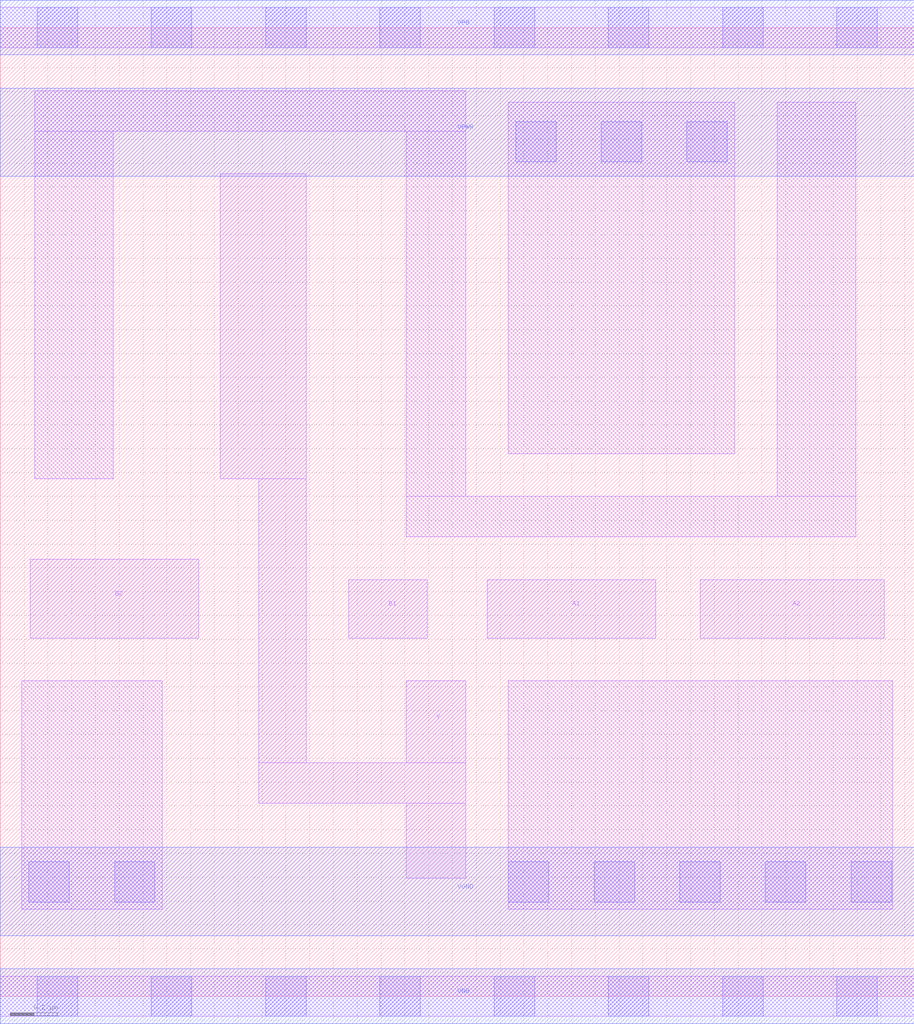
<source format=lef>
# Copyright 2020 The SkyWater PDK Authors
#
# Licensed under the Apache License, Version 2.0 (the "License");
# you may not use this file except in compliance with the License.
# You may obtain a copy of the License at
#
#     https://www.apache.org/licenses/LICENSE-2.0
#
# Unless required by applicable law or agreed to in writing, software
# distributed under the License is distributed on an "AS IS" BASIS,
# WITHOUT WARRANTIES OR CONDITIONS OF ANY KIND, either express or implied.
# See the License for the specific language governing permissions and
# limitations under the License.
#
# SPDX-License-Identifier: Apache-2.0

VERSION 5.5 ;
NAMESCASESENSITIVE ON ;
BUSBITCHARS "[]" ;
DIVIDERCHAR "/" ;
MACRO sky130_fd_sc_hvl__a22oi_1
  CLASS CORE ;
  SOURCE USER ;
  ORIGIN  0.000000  0.000000 ;
  SIZE  3.840000 BY  4.070000 ;
  SYMMETRY X Y ;
  SITE unithv ;
  PIN A1
    ANTENNAGATEAREA  1.125000 ;
    DIRECTION INPUT ;
    USE SIGNAL ;
    PORT
      LAYER li1 ;
        RECT 2.045000 1.505000 2.755000 1.750000 ;
    END
  END A1
  PIN A2
    ANTENNAGATEAREA  1.125000 ;
    DIRECTION INPUT ;
    USE SIGNAL ;
    PORT
      LAYER li1 ;
        RECT 2.940000 1.505000 3.715000 1.750000 ;
    END
  END A2
  PIN B1
    ANTENNAGATEAREA  1.125000 ;
    DIRECTION INPUT ;
    USE SIGNAL ;
    PORT
      LAYER li1 ;
        RECT 1.465000 1.505000 1.795000 1.750000 ;
    END
  END B1
  PIN B2
    ANTENNAGATEAREA  1.125000 ;
    DIRECTION INPUT ;
    USE SIGNAL ;
    PORT
      LAYER li1 ;
        RECT 0.125000 1.505000 0.835000 1.835000 ;
    END
  END B2
  PIN Y
    ANTENNADIFFAREA  0.630000 ;
    DIRECTION OUTPUT ;
    USE SIGNAL ;
    PORT
      LAYER li1 ;
        RECT 0.925000 2.175000 1.285000 3.455000 ;
        RECT 1.085000 0.810000 1.955000 0.980000 ;
        RECT 1.085000 0.980000 1.285000 2.175000 ;
        RECT 1.705000 0.495000 1.955000 0.810000 ;
        RECT 1.705000 0.980000 1.955000 1.325000 ;
    END
  END Y
  PIN VGND
    DIRECTION INOUT ;
    USE GROUND ;
    PORT
      LAYER met1 ;
        RECT 0.000000 0.255000 3.840000 0.625000 ;
    END
  END VGND
  PIN VNB
    DIRECTION INOUT ;
    USE GROUND ;
    PORT
      LAYER met1 ;
        RECT 0.000000 -0.115000 3.840000 0.115000 ;
    END
  END VNB
  PIN VPB
    DIRECTION INOUT ;
    USE POWER ;
    PORT
      LAYER met1 ;
        RECT 0.000000 3.955000 3.840000 4.185000 ;
    END
  END VPB
  PIN VPWR
    DIRECTION INOUT ;
    USE POWER ;
    PORT
      LAYER met1 ;
        RECT 0.000000 3.445000 3.840000 3.815000 ;
    END
  END VPWR
  OBS
    LAYER li1 ;
      RECT 0.000000 -0.085000 3.840000 0.085000 ;
      RECT 0.000000  3.985000 3.840000 4.155000 ;
      RECT 0.090000  0.365000 0.680000 1.325000 ;
      RECT 0.145000  2.175000 0.475000 3.635000 ;
      RECT 0.145000  3.635000 1.955000 3.805000 ;
      RECT 1.705000  1.930000 3.595000 2.100000 ;
      RECT 1.705000  2.100000 1.955000 3.635000 ;
      RECT 2.135000  0.365000 3.750000 1.325000 ;
      RECT 2.135000  2.280000 3.085000 3.755000 ;
      RECT 3.265000  2.100000 3.595000 3.755000 ;
    LAYER mcon ;
      RECT 0.120000  0.395000 0.290000 0.565000 ;
      RECT 0.155000 -0.085000 0.325000 0.085000 ;
      RECT 0.155000 -0.085000 0.325000 0.085000 ;
      RECT 0.155000  3.985000 0.325000 4.155000 ;
      RECT 0.155000  3.985000 0.325000 4.155000 ;
      RECT 0.480000  0.395000 0.650000 0.565000 ;
      RECT 0.635000 -0.085000 0.805000 0.085000 ;
      RECT 0.635000 -0.085000 0.805000 0.085000 ;
      RECT 0.635000  3.985000 0.805000 4.155000 ;
      RECT 0.635000  3.985000 0.805000 4.155000 ;
      RECT 1.115000 -0.085000 1.285000 0.085000 ;
      RECT 1.115000 -0.085000 1.285000 0.085000 ;
      RECT 1.115000  3.985000 1.285000 4.155000 ;
      RECT 1.115000  3.985000 1.285000 4.155000 ;
      RECT 1.595000 -0.085000 1.765000 0.085000 ;
      RECT 1.595000 -0.085000 1.765000 0.085000 ;
      RECT 1.595000  3.985000 1.765000 4.155000 ;
      RECT 1.595000  3.985000 1.765000 4.155000 ;
      RECT 2.075000 -0.085000 2.245000 0.085000 ;
      RECT 2.075000 -0.085000 2.245000 0.085000 ;
      RECT 2.075000  3.985000 2.245000 4.155000 ;
      RECT 2.075000  3.985000 2.245000 4.155000 ;
      RECT 2.135000  0.395000 2.305000 0.565000 ;
      RECT 2.165000  3.505000 2.335000 3.675000 ;
      RECT 2.495000  0.395000 2.665000 0.565000 ;
      RECT 2.525000  3.505000 2.695000 3.675000 ;
      RECT 2.555000 -0.085000 2.725000 0.085000 ;
      RECT 2.555000 -0.085000 2.725000 0.085000 ;
      RECT 2.555000  3.985000 2.725000 4.155000 ;
      RECT 2.555000  3.985000 2.725000 4.155000 ;
      RECT 2.855000  0.395000 3.025000 0.565000 ;
      RECT 2.885000  3.505000 3.055000 3.675000 ;
      RECT 3.035000 -0.085000 3.205000 0.085000 ;
      RECT 3.035000 -0.085000 3.205000 0.085000 ;
      RECT 3.035000  3.985000 3.205000 4.155000 ;
      RECT 3.035000  3.985000 3.205000 4.155000 ;
      RECT 3.215000  0.395000 3.385000 0.565000 ;
      RECT 3.515000 -0.085000 3.685000 0.085000 ;
      RECT 3.515000 -0.085000 3.685000 0.085000 ;
      RECT 3.515000  3.985000 3.685000 4.155000 ;
      RECT 3.515000  3.985000 3.685000 4.155000 ;
      RECT 3.575000  0.395000 3.745000 0.565000 ;
  END
END sky130_fd_sc_hvl__a22oi_1
END LIBRARY

</source>
